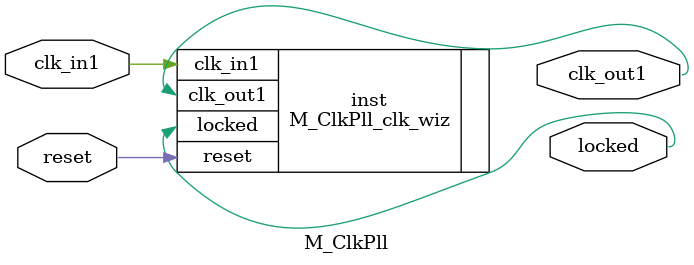
<source format=v>


`timescale 1ps/1ps

(* CORE_GENERATION_INFO = "M_ClkPll,clk_wiz_v5_4_3_0,{component_name=M_ClkPll,use_phase_alignment=true,use_min_o_jitter=false,use_max_i_jitter=false,use_dyn_phase_shift=false,use_inclk_switchover=false,use_dyn_reconfig=false,enable_axi=0,feedback_source=FDBK_AUTO,PRIMITIVE=MMCM,num_out_clk=1,clkin1_period=10.000,clkin2_period=10.000,use_power_down=false,use_reset=true,use_locked=true,use_inclk_stopped=false,feedback_type=SINGLE,CLOCK_MGR_TYPE=NA,manual_override=false}" *)

module M_ClkPll 
 (
  // Clock out ports
  output        clk_out1,
  // Status and control signals
  input         reset,
  output        locked,
 // Clock in ports
  input         clk_in1
 );

  M_ClkPll_clk_wiz inst
  (
  // Clock out ports  
  .clk_out1(clk_out1),
  // Status and control signals               
  .reset(reset), 
  .locked(locked),
 // Clock in ports
  .clk_in1(clk_in1)
  );

endmodule

</source>
